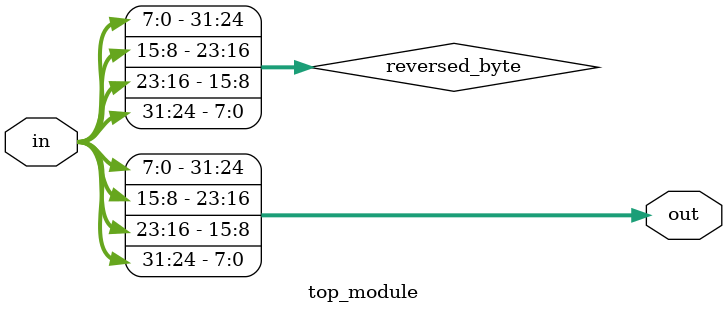
<source format=sv>
module top_module (
	input [31:0] in,
	output [31:0] out
);
	// Wire declaration
	wire [31:0] reversed_byte;

	// Reversing the byte order
	assign reversed_byte = {in[7:0], in[15:8], in[23:16], in[31:24]};

	// Assigning the reversed byte to output
	assign out = reversed_byte;

endmodule

</source>
